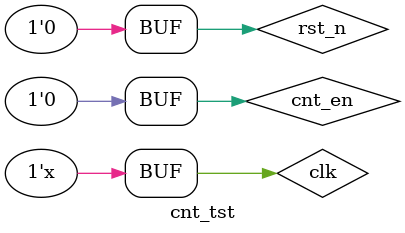
<source format=v>
`timescale 1ns / 1ps



module cnt_tst();
reg  clk;
reg  rst_n;
reg  cnt_en;
wire [3:0]out;

 

cnt U_cnt(
.clk(clk),
.rst_n(rst_n),
.cnt_en(cnt_en),
.out(out)
);
initial
begin
clk=1;
rst_n=1;
cnt_en=0;
cnt_en=1;
#1000 rst_n = 0;
#100 cnt_en=0;
#200 cnt_en=1;
#2000 cnt_en=0;
end

always #1 clk=~clk;

endmodule


</source>
